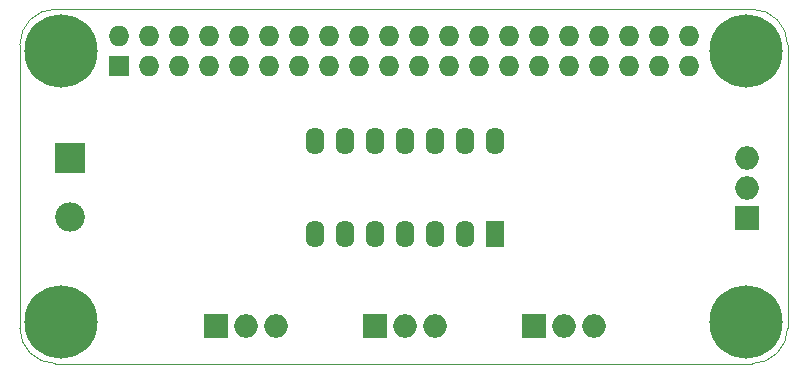
<source format=gbr>
G04 #@! TF.GenerationSoftware,KiCad,Pcbnew,(5.1.6)-1*
G04 #@! TF.CreationDate,2021-06-04T15:22:17-05:00*
G04 #@! TF.ProjectId,GlimmrBoard,476c696d-6d72-4426-9f61-72642e6b6963,rev?*
G04 #@! TF.SameCoordinates,Original*
G04 #@! TF.FileFunction,Soldermask,Bot*
G04 #@! TF.FilePolarity,Negative*
%FSLAX46Y46*%
G04 Gerber Fmt 4.6, Leading zero omitted, Abs format (unit mm)*
G04 Created by KiCad (PCBNEW (5.1.6)-1) date 2021-06-04 15:22:17*
%MOMM*%
%LPD*%
G01*
G04 APERTURE LIST*
G04 #@! TA.AperFunction,Profile*
%ADD10C,0.100000*%
G04 #@! TD*
%ADD11R,1.600000X2.300000*%
%ADD12O,1.600000X2.300000*%
%ADD13O,1.998980X1.998980*%
%ADD14R,1.998980X1.998980*%
%ADD15R,2.500000X2.500000*%
%ADD16O,2.500000X2.500000*%
%ADD17C,6.200000*%
%ADD18R,1.727200X1.727200*%
%ADD19O,1.727200X1.727200*%
G04 APERTURE END LIST*
D10*
X77500000Y-51500000D02*
X77500000Y-27500000D01*
X12500000Y-51500000D02*
X12500000Y-27500000D01*
X77500000Y-27500000D02*
G75*
G03*
X74500000Y-24500000I-3000000J0D01*
G01*
X15500000Y-24500000D02*
X74500000Y-24500000D01*
X15500000Y-24500000D02*
G75*
G03*
X12500000Y-27500000I0J-3000000D01*
G01*
X74500000Y-54500000D02*
G75*
G03*
X77500000Y-51500000I0J3000000D01*
G01*
X12500000Y-51500000D02*
G75*
G03*
X15500000Y-54500000I3000000J0D01*
G01*
X15500000Y-54500000D02*
X74500000Y-54500000D01*
D11*
X52705000Y-43525440D03*
D12*
X50165000Y-43525440D03*
X47625000Y-43525440D03*
X45085000Y-43525440D03*
X42545000Y-43525440D03*
X40005000Y-43525440D03*
X37465000Y-43525440D03*
X37470080Y-35633660D03*
X40010080Y-35633660D03*
X42550080Y-35633660D03*
X45090080Y-35633660D03*
X47630080Y-35633660D03*
X50170080Y-35633660D03*
X52710080Y-35633660D03*
D13*
X74041000Y-37084000D03*
X74041000Y-39624000D03*
D14*
X74041000Y-42164000D03*
D13*
X61087000Y-51308000D03*
X58547000Y-51308000D03*
D14*
X56007000Y-51308000D03*
D13*
X47625000Y-51308000D03*
X45085000Y-51308000D03*
D14*
X42545000Y-51308000D03*
X29083000Y-51308000D03*
D13*
X31623000Y-51308000D03*
X34163000Y-51308000D03*
D15*
X16764000Y-37124000D03*
D16*
X16764000Y-42124000D03*
D17*
X16000000Y-51000000D03*
D18*
X20870000Y-29270000D03*
D19*
X20870000Y-26730000D03*
X23410000Y-29270000D03*
X23410000Y-26730000D03*
X25950000Y-29270000D03*
X25950000Y-26730000D03*
X28490000Y-29270000D03*
X28490000Y-26730000D03*
X31030000Y-29270000D03*
X31030000Y-26730000D03*
X33570000Y-29270000D03*
X33570000Y-26730000D03*
X36110000Y-29270000D03*
X36110000Y-26730000D03*
X38650000Y-29270000D03*
X38650000Y-26730000D03*
X41190000Y-29270000D03*
X41190000Y-26730000D03*
X43730000Y-29270000D03*
X43730000Y-26730000D03*
X46270000Y-29270000D03*
X46270000Y-26730000D03*
X48810000Y-29270000D03*
X48810000Y-26730000D03*
X51350000Y-29270000D03*
X51350000Y-26730000D03*
X53890000Y-29270000D03*
X53890000Y-26730000D03*
X56430000Y-29270000D03*
X56430000Y-26730000D03*
X58970000Y-29270000D03*
X58970000Y-26730000D03*
X61510000Y-29270000D03*
X61510000Y-26730000D03*
X64050000Y-29270000D03*
X64050000Y-26730000D03*
X66590000Y-29270000D03*
X66590000Y-26730000D03*
X69130000Y-29270000D03*
X69130000Y-26730000D03*
D17*
X74000000Y-28000000D03*
X74000000Y-51000000D03*
X16000000Y-28000000D03*
M02*

</source>
